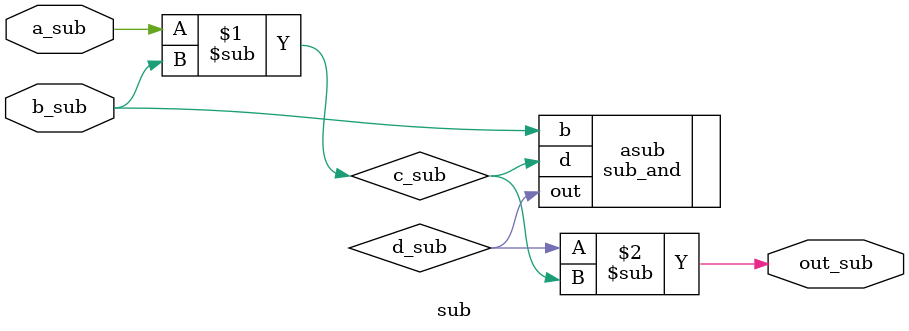
<source format=v>
module sub (
   a_sub,
   b_sub,
   out_sub);

   input a_sub;
   input b_sub;
   wire c_sub;
   wire d_sub;
   output out_sub;

   sub_and asub (.d(c_sub), .b(b_sub), .out(d_sub));

   assign c_sub = a_sub-b_sub;

   assign out_sub = d_sub-c_sub;

endmodule

</source>
